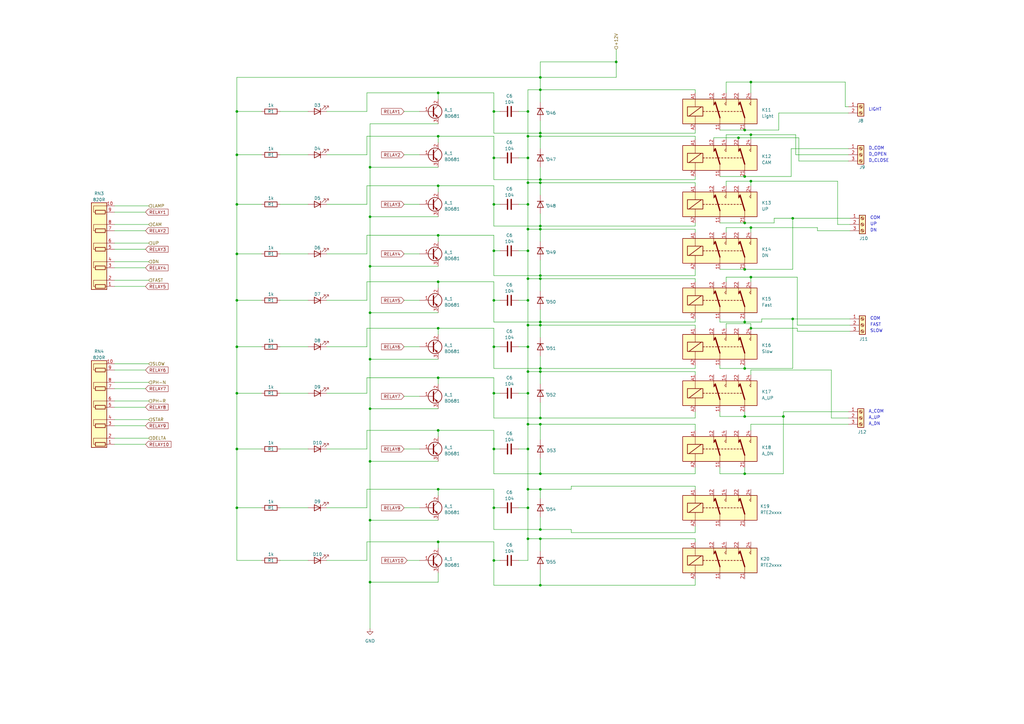
<source format=kicad_sch>
(kicad_sch (version 20230121) (generator eeschema)
  (paper "A3")
  (title_block (title "Movement") (date "2023-04-01") (rev "Ahmed Adel") (company "Empironics") (comment 1 "Copy rights reserved by Ahmed Adel"))
  (junction (at 151.765 68.58))
  (junction (at 307.975 134.62))
  (junction (at 305.435 151.13))
  (junction (at 221.615 92.71))
  (junction (at 151.765 128.27))
  (junction (at 216.535 152.4))
  (junction (at 221.615 93.98))
  (junction (at 216.535 133.35))
  (junction (at 97.155 208.28))
  (junction (at 221.615 132.08))
  (junction (at 221.615 55.88))
  (junction (at 179.705 55.88))
  (junction (at 202.565 161.29))
  (junction (at 221.615 151.13))
  (junction (at 221.615 36.83))
  (junction (at 202.565 184.15))
  (junction (at 216.535 142.24))
  (junction (at 305.435 132.08))
  (junction (at 216.535 208.28))
  (junction (at 216.535 55.88))
  (junction (at 179.705 38.1))
  (junction (at 221.615 74.93))
  (junction (at 216.535 93.98))
  (junction (at 221.615 152.4))
  (junction (at 97.155 104.14))
  (junction (at 151.765 213.36))
  (junction (at 97.155 45.72))
  (junction (at 179.705 200.66))
  (junction (at 216.535 114.3))
  (junction (at 216.535 102.87))
  (junction (at 221.615 194.31))
  (junction (at 221.615 217.17))
  (junction (at 221.615 54.61))
  (junction (at 305.435 110.49))
  (junction (at 307.975 93.345))
  (junction (at 216.535 184.15))
  (junction (at 151.765 167.64))
  (junction (at 221.615 220.98))
  (junction (at 216.535 123.19))
  (junction (at 216.535 220.98))
  (junction (at 305.435 170.815))
  (junction (at 307.975 74.295))
  (junction (at 151.765 147.32))
  (junction (at 97.155 184.15))
  (junction (at 321.31 170.815))
  (junction (at 216.535 45.72))
  (junction (at 302.895 56.515))
  (junction (at 179.705 134.62))
  (junction (at 179.705 76.2))
  (junction (at 221.615 173.99))
  (junction (at 97.155 63.5))
  (junction (at 221.615 171.45))
  (junction (at 252.73 25.4))
  (junction (at 305.435 53.34))
  (junction (at 221.615 133.35))
  (junction (at 202.565 102.87))
  (junction (at 307.975 33.655))
  (junction (at 216.535 200.66))
  (junction (at 202.565 45.72))
  (junction (at 202.565 123.19))
  (junction (at 325.12 89.535))
  (junction (at 221.615 31.75))
  (junction (at 216.535 83.82))
  (junction (at 216.535 161.29))
  (junction (at 179.705 222.25))
  (junction (at 151.765 189.23))
  (junction (at 307.975 55.245))
  (junction (at 151.765 109.22))
  (junction (at 202.565 142.24))
  (junction (at 221.615 114.3))
  (junction (at 179.705 115.57))
  (junction (at 305.435 91.44))
  (junction (at 305.435 72.39))
  (junction (at 325.12 130.81))
  (junction (at 221.615 200.66))
  (junction (at 307.975 113.665))
  (junction (at 221.615 73.66))
  (junction (at 179.705 96.52))
  (junction (at 305.435 194.31))
  (junction (at 179.705 176.53))
  (junction (at 202.565 208.28))
  (junction (at 202.565 64.77))
  (junction (at 97.155 83.82))
  (junction (at 216.535 173.99))
  (junction (at 179.705 154.94))
  (junction (at 221.615 240.03))
  (junction (at 221.615 113.03))
  (junction (at 202.565 83.82))
  (junction (at 151.765 238.76))
  (junction (at 151.765 88.9))
  (junction (at 97.155 161.29))
  (junction (at 97.155 142.24))
  (junction (at 97.155 123.19))
  (junction (at 216.535 64.77))
  (junction (at 202.565 229.87))
  (junction (at 216.535 74.93))
  (wire (pts (xy 347.98 46.355) (xy 319.405 46.355)))
  (wire (pts (xy 297.815 115.57) (xy 297.815 113.665)))
  (wire (pts (xy 305.435 132.08) (xy 295.275 132.08)))
  (wire (pts (xy 221.615 114.3) (xy 221.615 119.38)))
  (wire (pts (xy 302.895 57.15) (xy 302.895 56.515)))
  (wire (pts (xy 307.975 93.345) (xy 335.28 93.345)))
  (wire (pts (xy 97.155 123.19) (xy 97.155 104.14)))
  (wire (pts (xy 234.315 199.39) (xy 234.315 200.66)))
  (wire (pts (xy 202.565 151.13) (xy 221.615 151.13)))
  (wire (pts (xy 285.115 222.25) (xy 285.115 220.98)))
  (wire (pts (xy 179.705 213.36) (xy 151.765 213.36)))
  (wire (pts (xy 202.565 55.88) (xy 202.565 64.77)))
  (wire (pts (xy 133.985 184.15) (xy 150.495 184.15)))
  (wire (pts (xy 335.28 93.345) (xy 335.28 94.615)))
  (wire (pts (xy 221.615 113.03) (xy 221.615 106.68)))
  (wire (pts (xy 179.705 238.76) (xy 151.765 238.76)))
  (wire (pts (xy 202.565 161.29) (xy 202.565 171.45)))
  (wire (pts (xy 295.275 91.44) (xy 305.435 91.44)))
  (wire (pts (xy 46.99 107.315) (xy 60.96 107.315)))
  (wire (pts (xy 221.615 152.4) (xy 216.535 152.4)))
  (wire (pts (xy 202.565 208.28) (xy 205.105 208.28)))
  (wire (pts (xy 295.275 130.81) (xy 295.275 132.08)))
  (wire (pts (xy 221.615 93.98) (xy 285.115 93.98)))
  (wire (pts (xy 150.495 45.72) (xy 150.495 38.1)))
  (wire (pts (xy 150.495 176.53) (xy 179.705 176.53)))
  (wire (pts (xy 297.815 132.715) (xy 307.975 132.715)))
  (wire (pts (xy 312.42 130.81) (xy 312.42 132.08)))
  (wire (pts (xy 179.705 40.64) (xy 179.705 38.1)))
  (wire (pts (xy 179.705 176.53) (xy 202.565 176.53)))
  (wire (pts (xy 221.615 54.61) (xy 285.115 54.61)))
  (wire (pts (xy 150.495 229.87) (xy 150.495 222.25)))
  (wire (pts (xy 295.275 170.815) (xy 295.275 168.91)))
  (wire (pts (xy 347.98 168.91) (xy 321.31 168.91)))
  (wire (pts (xy 202.565 132.08) (xy 221.615 132.08)))
  (wire (pts (xy 46.99 164.465) (xy 60.96 164.465)))
  (wire (pts (xy 325.12 110.49) (xy 325.12 89.535)))
  (wire (pts (xy 348.615 89.535) (xy 325.12 89.535)))
  (wire (pts (xy 202.565 176.53) (xy 202.565 184.15)))
  (wire (pts (xy 150.495 154.94) (xy 179.705 154.94)))
  (wire (pts (xy 150.495 200.66) (xy 179.705 200.66)))
  (wire (pts (xy 216.535 161.29) (xy 216.535 152.4)))
  (wire (pts (xy 221.615 73.66) (xy 285.115 73.66)))
  (wire (pts (xy 307.975 76.2) (xy 307.975 74.295)))
  (wire (pts (xy 305.435 168.91) (xy 305.435 170.815)))
  (wire (pts (xy 221.615 133.35) (xy 285.115 133.35)))
  (wire (pts (xy 202.565 222.25) (xy 202.565 229.87)))
  (wire (pts (xy 46.99 94.615) (xy 59.69 94.615)))
  (wire (pts (xy 97.155 142.24) (xy 97.155 123.19)))
  (wire (pts (xy 307.975 113.665) (xy 327.025 113.665)))
  (wire (pts (xy 285.115 200.66) (xy 285.115 199.39)))
  (wire (pts (xy 179.705 50.8) (xy 151.765 50.8)))
  (wire (pts (xy 179.705 147.32) (xy 151.765 147.32)))
  (wire (pts (xy 317.5 91.44) (xy 305.435 91.44)))
  (wire (pts (xy 221.615 132.08) (xy 221.615 127)))
  (wire (pts (xy 165.735 184.15) (xy 172.085 184.15)))
  (wire (pts (xy 285.115 153.67) (xy 285.115 152.4)))
  (wire (pts (xy 297.815 95.25) (xy 297.815 93.345)))
  (wire (pts (xy 216.535 184.15) (xy 216.535 173.99)))
  (wire (pts (xy 234.315 200.66) (xy 221.615 200.66)))
  (wire (pts (xy 97.155 184.15) (xy 97.155 161.29)))
  (wire (pts (xy 326.39 63.5) (xy 326.39 55.245)))
  (wire (pts (xy 285.115 191.77) (xy 285.115 194.31)))
  (wire (pts (xy 202.565 229.87) (xy 202.565 240.03)))
  (wire (pts (xy 202.565 123.19) (xy 202.565 132.08)))
  (wire (pts (xy 221.615 171.45) (xy 221.615 165.1)))
  (wire (pts (xy 202.565 38.1) (xy 202.565 45.72)))
  (wire (pts (xy 285.115 168.91) (xy 285.115 171.45)))
  (wire (pts (xy 114.935 123.19) (xy 126.365 123.19)))
  (wire (pts (xy 46.99 174.625) (xy 59.69 174.625)))
  (wire (pts (xy 221.615 240.03) (xy 221.615 233.68)))
  (wire (pts (xy 307.975 151.765) (xy 340.995 151.765)))
  (wire (pts (xy 252.73 20.32) (xy 252.73 25.4)))
  (wire (pts (xy 221.615 74.93) (xy 285.115 74.93)))
  (wire (pts (xy 292.735 56.515) (xy 292.735 57.15)))
  (wire (pts (xy 347.98 66.04) (xy 327.66 66.04)))
  (wire (pts (xy 216.535 83.82) (xy 216.535 74.93)))
  (wire (pts (xy 297.815 76.2) (xy 297.815 74.295)))
  (wire (pts (xy 327.025 133.35) (xy 348.615 133.35)))
  (wire (pts (xy 221.615 152.4) (xy 285.115 152.4)))
  (wire (pts (xy 216.535 152.4) (xy 216.535 142.24)))
  (wire (pts (xy 202.565 54.61) (xy 221.615 54.61)))
  (wire (pts (xy 221.615 133.35) (xy 221.615 138.43)))
  (wire (pts (xy 202.565 161.29) (xy 205.105 161.29)))
  (wire (pts (xy 97.155 161.29) (xy 97.155 142.24)))
  (wire (pts (xy 285.115 72.39) (xy 285.115 73.66)))
  (wire (pts (xy 133.985 104.14) (xy 150.495 104.14)))
  (wire (pts (xy 150.495 76.2) (xy 179.705 76.2)))
  (wire (pts (xy 46.99 159.385) (xy 59.69 159.385)))
  (wire (pts (xy 221.615 171.45) (xy 285.115 171.45)))
  (wire (pts (xy 221.615 74.93) (xy 216.535 74.93)))
  (wire (pts (xy 46.99 156.845) (xy 60.96 156.845)))
  (wire (pts (xy 325.12 130.81) (xy 312.42 130.81)))
  (wire (pts (xy 221.615 151.13) (xy 221.615 146.05)))
  (wire (pts (xy 97.155 104.14) (xy 107.315 104.14)))
  (wire (pts (xy 307.975 153.67) (xy 307.975 151.765)))
  (wire (pts (xy 221.615 92.71) (xy 285.115 92.71)))
  (wire (pts (xy 305.435 110.49) (xy 325.12 110.49)))
  (wire (pts (xy 151.765 213.36) (xy 151.765 238.76)))
  (wire (pts (xy 151.765 147.32) (xy 151.765 167.64)))
  (wire (pts (xy 107.315 229.87) (xy 97.155 229.87)))
  (wire (pts (xy 133.985 229.87) (xy 150.495 229.87)))
  (wire (pts (xy 340.995 171.45) (xy 347.98 171.45)))
  (wire (pts (xy 346.71 43.815) (xy 346.71 33.655)))
  (wire (pts (xy 295.275 110.49) (xy 305.435 110.49)))
  (wire (pts (xy 297.815 134.62) (xy 297.815 132.715)))
  (wire (pts (xy 202.565 240.03) (xy 221.615 240.03)))
  (wire (pts (xy 221.615 55.88) (xy 221.615 60.96)))
  (wire (pts (xy 297.815 55.245) (xy 297.815 57.15)))
  (wire (pts (xy 165.735 83.82) (xy 172.085 83.82)))
  (wire (pts (xy 114.935 161.29) (xy 126.365 161.29)))
  (wire (pts (xy 285.115 38.1) (xy 285.115 36.83)))
  (wire (pts (xy 179.705 118.11) (xy 179.705 115.57)))
  (wire (pts (xy 221.615 54.61) (xy 221.615 49.53)))
  (wire (pts (xy 335.28 94.615) (xy 348.615 94.615)))
  (wire (pts (xy 307.975 176.53) (xy 307.975 173.99)))
  (wire (pts (xy 212.725 142.24) (xy 216.535 142.24)))
  (wire (pts (xy 221.615 194.31) (xy 221.615 187.96)))
  (wire (pts (xy 305.435 170.815) (xy 321.31 170.815)))
  (wire (pts (xy 216.535 114.3) (xy 216.535 102.87)))
  (wire (pts (xy 216.535 142.24) (xy 216.535 133.35)))
  (wire (pts (xy 97.155 63.5) (xy 97.155 45.72)))
  (wire (pts (xy 221.615 92.71) (xy 221.615 87.63)))
  (wire (pts (xy 216.535 229.87) (xy 216.535 220.98)))
  (wire (pts (xy 114.935 184.15) (xy 126.365 184.15)))
  (wire (pts (xy 46.99 99.695) (xy 60.96 99.695)))
  (wire (pts (xy 212.725 229.87) (xy 216.535 229.87)))
  (wire (pts (xy 202.565 208.28) (xy 202.565 217.17)))
  (wire (pts (xy 221.615 133.35) (xy 216.535 133.35)))
  (wire (pts (xy 216.535 133.35) (xy 216.535 123.19)))
  (wire (pts (xy 307.975 74.295) (xy 343.535 74.295)))
  (wire (pts (xy 150.495 83.82) (xy 150.495 76.2)))
  (wire (pts (xy 46.99 182.245) (xy 59.69 182.245)))
  (wire (pts (xy 324.485 72.39) (xy 305.435 72.39)))
  (wire (pts (xy 221.615 36.83) (xy 285.115 36.83)))
  (wire (pts (xy 212.725 83.82) (xy 216.535 83.82)))
  (wire (pts (xy 347.98 63.5) (xy 326.39 63.5)))
  (wire (pts (xy 151.765 128.27) (xy 151.765 147.32)))
  (wire (pts (xy 327.025 134.62) (xy 327.025 135.89)))
  (wire (pts (xy 202.565 229.87) (xy 205.105 229.87)))
  (wire (pts (xy 202.565 113.03) (xy 221.615 113.03)))
  (wire (pts (xy 297.815 93.345) (xy 307.975 93.345)))
  (wire (pts (xy 150.495 208.28) (xy 150.495 200.66)))
  (wire (pts (xy 285.115 53.34) (xy 285.115 54.61)))
  (wire (pts (xy 340.995 151.765) (xy 340.995 171.45)))
  (wire (pts (xy 202.565 194.31) (xy 221.615 194.31)))
  (wire (pts (xy 212.725 64.77) (xy 216.535 64.77)))
  (wire (pts (xy 216.535 220.98) (xy 216.535 208.28)))
  (wire (pts (xy 179.705 58.42) (xy 179.705 55.88)))
  (wire (pts (xy 202.565 83.82) (xy 202.565 92.71)))
  (wire (pts (xy 97.155 83.82) (xy 107.315 83.82)))
  (wire (pts (xy 221.615 93.98) (xy 216.535 93.98)))
  (wire (pts (xy 97.155 104.14) (xy 97.155 83.82)))
  (wire (pts (xy 307.975 134.62) (xy 327.025 134.62)))
  (wire (pts (xy 179.705 134.62) (xy 202.565 134.62)))
  (wire (pts (xy 151.765 109.22) (xy 151.765 128.27)))
  (wire (pts (xy 150.495 55.88) (xy 179.705 55.88)))
  (wire (pts (xy 202.565 45.72) (xy 202.565 54.61)))
  (wire (pts (xy 326.39 55.245) (xy 307.975 55.245)))
  (wire (pts (xy 114.935 208.28) (xy 126.365 208.28)))
  (wire (pts (xy 179.705 128.27) (xy 151.765 128.27)))
  (wire (pts (xy 202.565 76.2) (xy 202.565 83.82)))
  (wire (pts (xy 216.535 123.19) (xy 216.535 114.3)))
  (wire (pts (xy 285.115 57.15) (xy 285.115 55.88)))
  (wire (pts (xy 346.71 33.655) (xy 307.975 33.655)))
  (wire (pts (xy 297.815 38.1) (xy 297.815 33.655)))
  (wire (pts (xy 327.66 56.515) (xy 302.895 56.515)))
  (wire (pts (xy 150.495 161.29) (xy 150.495 154.94)))
  (wire (pts (xy 305.435 191.77) (xy 305.435 194.31)))
  (wire (pts (xy 46.99 84.455) (xy 60.96 84.455)))
  (wire (pts (xy 97.155 142.24) (xy 107.315 142.24)))
  (wire (pts (xy 305.435 151.13) (xy 295.275 151.13)))
  (wire (pts (xy 202.565 102.87) (xy 202.565 113.03)))
  (wire (pts (xy 221.615 152.4) (xy 221.615 157.48)))
  (wire (pts (xy 179.705 109.22) (xy 151.765 109.22)))
  (wire (pts (xy 150.495 96.52) (xy 179.705 96.52)))
  (wire (pts (xy 133.985 45.72) (xy 150.495 45.72)))
  (wire (pts (xy 221.615 73.66) (xy 221.615 68.58)))
  (wire (pts (xy 212.725 45.72) (xy 216.535 45.72)))
  (wire (pts (xy 305.435 194.31) (xy 295.275 194.31)))
  (wire (pts (xy 216.535 64.77) (xy 216.535 74.93)))
  (wire (pts (xy 202.565 142.24) (xy 202.565 151.13)))
  (wire (pts (xy 165.735 142.24) (xy 172.085 142.24)))
  (wire (pts (xy 307.975 57.15) (xy 307.975 55.245)))
  (wire (pts (xy 133.985 83.82) (xy 150.495 83.82)))
  (wire (pts (xy 221.615 220.98) (xy 221.615 226.06)))
  (wire (pts (xy 46.99 172.085) (xy 60.96 172.085)))
  (wire (pts (xy 202.565 154.94) (xy 202.565 161.29)))
  (wire (pts (xy 202.565 45.72) (xy 205.105 45.72)))
  (wire (pts (xy 167.005 229.87) (xy 172.085 229.87)))
  (wire (pts (xy 46.99 149.225) (xy 60.96 149.225)))
  (wire (pts (xy 307.975 115.57) (xy 307.975 113.665)))
  (wire (pts (xy 216.535 102.87) (xy 216.535 93.98)))
  (wire (pts (xy 97.155 123.19) (xy 107.315 123.19)))
  (wire (pts (xy 202.565 102.87) (xy 205.105 102.87)))
  (wire (pts (xy 150.495 104.14) (xy 150.495 96.52)))
  (wire (pts (xy 252.73 31.75) (xy 252.73 25.4)))
  (wire (pts (xy 202.565 83.82) (xy 205.105 83.82)))
  (wire (pts (xy 179.705 78.74) (xy 179.705 76.2)))
  (wire (pts (xy 295.275 72.39) (xy 305.435 72.39)))
  (wire (pts (xy 179.705 222.25) (xy 202.565 222.25)))
  (wire (pts (xy 347.98 43.815) (xy 346.71 43.815)))
  (wire (pts (xy 216.535 93.98) (xy 216.535 83.82)))
  (wire (pts (xy 150.495 222.25) (xy 179.705 222.25)))
  (wire (pts (xy 150.495 123.19) (xy 150.495 115.57)))
  (wire (pts (xy 133.985 63.5) (xy 150.495 63.5)))
  (wire (pts (xy 221.615 217.17) (xy 221.615 212.09)))
  (wire (pts (xy 302.895 56.515) (xy 292.735 56.515)))
  (wire (pts (xy 151.765 238.76) (xy 151.765 257.81)))
  (wire (pts (xy 133.985 123.19) (xy 150.495 123.19)))
  (wire (pts (xy 133.985 208.28) (xy 150.495 208.28)))
  (wire (pts (xy 97.155 161.29) (xy 107.315 161.29)))
  (wire (pts (xy 97.155 208.28) (xy 97.155 184.15)))
  (wire (pts (xy 285.115 176.53) (xy 285.115 173.99)))
  (wire (pts (xy 46.99 179.705) (xy 60.96 179.705)))
  (wire (pts (xy 221.615 31.75) (xy 221.615 25.4)))
  (wire (pts (xy 285.115 95.25) (xy 285.115 93.98)))
  (wire (pts (xy 321.31 170.815) (xy 321.31 194.31)))
  (wire (pts (xy 202.565 217.17) (xy 221.615 217.17)))
  (wire (pts (xy 165.735 208.28) (xy 172.085 208.28)))
  (wire (pts (xy 202.565 115.57) (xy 202.565 123.19)))
  (wire (pts (xy 150.495 134.62) (xy 179.705 134.62)))
  (wire (pts (xy 165.735 162.56) (xy 172.085 162.56)))
  (wire (pts (xy 202.565 64.77) (xy 205.105 64.77)))
  (wire (pts (xy 179.705 224.79) (xy 179.705 222.25)))
  (wire (pts (xy 221.615 113.03) (xy 285.115 113.03)))
  (wire (pts (xy 46.99 151.765) (xy 59.69 151.765)))
  (wire (pts (xy 216.535 36.83) (xy 216.535 45.72)))
  (wire (pts (xy 221.615 173.99) (xy 216.535 173.99)))
  (wire (pts (xy 212.725 102.87) (xy 216.535 102.87)))
  (wire (pts (xy 179.705 68.58) (xy 151.765 68.58)))
  (wire (pts (xy 295.275 53.34) (xy 305.435 53.34)))
  (wire (pts (xy 221.615 200.66) (xy 221.615 204.47)))
  (wire (pts (xy 285.115 218.44) (xy 234.315 218.44)))
  (wire (pts (xy 305.435 170.815) (xy 295.275 170.815)))
  (wire (pts (xy 307.975 173.99) (xy 347.98 173.99)))
  (wire (pts (xy 202.565 200.66) (xy 202.565 208.28)))
  (wire (pts (xy 46.99 92.075) (xy 60.96 92.075)))
  (wire (pts (xy 285.115 76.2) (xy 285.115 74.93)))
  (wire (pts (xy 285.115 130.81) (xy 285.115 132.08)))
  (wire (pts (xy 179.705 96.52) (xy 202.565 96.52)))
  (wire (pts (xy 165.735 104.14) (xy 172.085 104.14)))
  (wire (pts (xy 285.115 115.57) (xy 285.115 114.3)))
  (wire (pts (xy 221.615 114.3) (xy 216.535 114.3)))
  (wire (pts (xy 307.975 33.655) (xy 307.975 38.1)))
  (wire (pts (xy 165.735 123.19) (xy 172.085 123.19)))
  (wire (pts (xy 325.12 151.13) (xy 325.12 130.81)))
  (wire (pts (xy 212.725 123.19) (xy 216.535 123.19)))
  (wire (pts (xy 151.765 167.64) (xy 151.765 189.23)))
  (wire (pts (xy 97.155 31.75) (xy 221.615 31.75)))
  (wire (pts (xy 179.705 137.16) (xy 179.705 134.62)))
  (wire (pts (xy 216.535 200.66) (xy 216.535 184.15)))
  (wire (pts (xy 216.535 55.88) (xy 221.615 55.88)))
  (wire (pts (xy 151.765 68.58) (xy 151.765 88.9)))
  (wire (pts (xy 97.155 229.87) (xy 97.155 208.28)))
  (wire (pts (xy 46.99 102.235) (xy 59.69 102.235)))
  (wire (pts (xy 221.615 220.98) (xy 216.535 220.98)))
  (wire (pts (xy 114.935 45.72) (xy 126.365 45.72)))
  (wire (pts (xy 216.535 45.72) (xy 216.535 55.88)))
  (wire (pts (xy 97.155 208.28) (xy 107.315 208.28)))
  (wire (pts (xy 202.565 171.45) (xy 221.615 171.45)))
  (wire (pts (xy 221.615 151.13) (xy 285.115 151.13)))
  (wire (pts (xy 114.935 104.14) (xy 126.365 104.14)))
  (wire (pts (xy 46.99 114.935) (xy 60.96 114.935)))
  (wire (pts (xy 327.66 66.04) (xy 327.66 56.515)))
  (wire (pts (xy 212.725 208.28) (xy 216.535 208.28)))
  (wire (pts (xy 179.705 234.95) (xy 179.705 238.76)))
  (wire (pts (xy 221.615 194.31) (xy 285.115 194.31)))
  (wire (pts (xy 179.705 99.06) (xy 179.705 96.52)))
  (wire (pts (xy 221.615 36.83) (xy 216.535 36.83)))
  (wire (pts (xy 295.275 151.13) (xy 295.275 149.86)))
  (wire (pts (xy 202.565 92.71) (xy 221.615 92.71)))
  (wire (pts (xy 212.725 184.15) (xy 216.535 184.15)))
  (wire (pts (xy 285.115 110.49) (xy 285.115 113.03)))
  (wire (pts (xy 221.615 31.75) (xy 252.73 31.75)))
  (wire (pts (xy 202.565 123.19) (xy 205.105 123.19)))
  (wire (pts (xy 221.615 173.99) (xy 221.615 180.34)))
  (wire (pts (xy 165.735 45.72) (xy 172.085 45.72)))
  (wire (pts (xy 216.535 173.99) (xy 216.535 161.29)))
  (wire (pts (xy 150.495 184.15) (xy 150.495 176.53)))
  (wire (pts (xy 221.615 25.4) (xy 252.73 25.4)))
  (wire (pts (xy 221.615 132.08) (xy 285.115 132.08)))
  (wire (pts (xy 305.435 151.13) (xy 325.12 151.13)))
  (wire (pts (xy 221.615 36.83) (xy 221.615 41.91)))
  (wire (pts (xy 327.025 135.89) (xy 348.615 135.89)))
  (wire (pts (xy 285.115 91.44) (xy 285.115 92.71)))
  (wire (pts (xy 221.615 240.03) (xy 285.115 240.03)))
  (wire (pts (xy 202.565 73.66) (xy 221.615 73.66)))
  (wire (pts (xy 114.935 229.87) (xy 126.365 229.87)))
  (wire (pts (xy 343.535 74.295) (xy 343.535 92.075)))
  (wire (pts (xy 321.31 194.31) (xy 305.435 194.31)))
  (wire (pts (xy 202.565 64.77) (xy 202.565 73.66)))
  (wire (pts (xy 234.315 218.44) (xy 234.315 217.17)))
  (wire (pts (xy 46.99 117.475) (xy 59.69 117.475)))
  (wire (pts (xy 348.615 130.81) (xy 325.12 130.81)))
  (wire (pts (xy 305.435 130.81) (xy 305.435 132.08)))
  (wire (pts (xy 97.155 31.75) (xy 97.155 45.72)))
  (wire (pts (xy 179.705 38.1) (xy 202.565 38.1)))
  (wire (pts (xy 150.495 115.57) (xy 179.705 115.57)))
  (wire (pts (xy 165.735 63.5) (xy 172.085 63.5)))
  (wire (pts (xy 305.435 149.86) (xy 305.435 151.13)))
  (wire (pts (xy 297.815 74.295) (xy 307.975 74.295)))
  (wire (pts (xy 202.565 184.15) (xy 202.565 194.31)))
  (wire (pts (xy 216.535 208.28) (xy 216.535 200.66)))
  (wire (pts (xy 312.42 132.08) (xy 305.435 132.08)))
  (wire (pts (xy 202.565 96.52) (xy 202.565 102.87)))
  (wire (pts (xy 319.405 53.34) (xy 305.435 53.34)))
  (wire (pts (xy 221.615 31.75) (xy 221.615 36.83)))
  (wire (pts (xy 221.615 220.98) (xy 285.115 220.98)))
  (wire (pts (xy 114.935 63.5) (xy 126.365 63.5)))
  (wire (pts (xy 179.705 200.66) (xy 202.565 200.66)))
  (wire (pts (xy 221.615 173.99) (xy 285.115 173.99)))
  (wire (pts (xy 150.495 63.5) (xy 150.495 55.88)))
  (wire (pts (xy 285.115 199.39) (xy 234.315 199.39)))
  (wire (pts (xy 307.975 132.715) (xy 307.975 134.62)))
  (wire (pts (xy 202.565 134.62) (xy 202.565 142.24)))
  (wire (pts (xy 347.98 60.96) (xy 324.485 60.96)))
  (wire (pts (xy 97.155 184.15) (xy 107.315 184.15)))
  (wire (pts (xy 97.155 45.72) (xy 107.315 45.72)))
  (wire (pts (xy 285.115 215.9) (xy 285.115 218.44)))
  (wire (pts (xy 324.485 60.96) (xy 324.485 72.39)))
  (wire (pts (xy 114.935 83.82) (xy 126.365 83.82)))
  (wire (pts (xy 179.705 189.23) (xy 151.765 189.23)))
  (wire (pts (xy 179.705 154.94) (xy 202.565 154.94)))
  (wire (pts (xy 46.99 109.855) (xy 59.69 109.855)))
  (wire (pts (xy 151.765 88.9) (xy 151.765 109.22)))
  (wire (pts (xy 179.705 115.57) (xy 202.565 115.57)))
  (wire (pts (xy 295.275 194.31) (xy 295.275 191.77)))
  (wire (pts (xy 133.985 142.24) (xy 150.495 142.24)))
  (wire (pts (xy 150.495 38.1) (xy 179.705 38.1)))
  (wire (pts (xy 285.115 149.86) (xy 285.115 151.13)))
  (wire (pts (xy 325.12 89.535) (xy 317.5 89.535)))
  (wire (pts (xy 46.99 86.995) (xy 59.69 86.995)))
  (wire (pts (xy 179.705 203.2) (xy 179.705 200.66)))
  (wire (pts (xy 114.935 142.24) (xy 126.365 142.24)))
  (wire (pts (xy 297.815 33.655) (xy 307.975 33.655)))
  (wire (pts (xy 97.155 83.82) (xy 97.155 63.5)))
  (wire (pts (xy 234.315 217.17) (xy 221.615 217.17)))
  (wire (pts (xy 179.705 167.64) (xy 151.765 167.64)))
  (wire (pts (xy 97.155 63.5) (xy 107.315 63.5)))
  (wire (pts (xy 221.615 93.98) (xy 221.615 99.06)))
  (wire (pts (xy 179.705 88.9) (xy 151.765 88.9)))
  (wire (pts (xy 297.815 113.665) (xy 307.975 113.665)))
  (wire (pts (xy 321.31 168.91) (xy 321.31 170.815)))
  (wire (pts (xy 216.535 55.88) (xy 216.535 64.77)))
  (wire (pts (xy 179.705 55.88) (xy 202.565 55.88)))
  (wire (pts (xy 327.025 113.665) (xy 327.025 133.35)))
  (wire (pts (xy 151.765 189.23) (xy 151.765 213.36)))
  (wire (pts (xy 151.765 50.8) (xy 151.765 68.58)))
  (wire (pts (xy 202.565 184.15) (xy 205.105 184.15)))
  (wire (pts (xy 179.705 157.48) (xy 179.705 154.94)))
  (wire (pts (xy 179.705 76.2) (xy 202.565 76.2)))
  (wire (pts (xy 307.975 95.25) (xy 307.975 93.345)))
  (wire (pts (xy 46.99 167.005) (xy 59.69 167.005)))
  (wire (pts (xy 179.705 179.07) (xy 179.705 176.53)))
  (wire (pts (xy 285.115 134.62) (xy 285.115 133.35)))
  (wire (pts (xy 133.985 161.29) (xy 150.495 161.29)))
  (wire (pts (xy 343.535 92.075) (xy 348.615 92.075)))
  (wire (pts (xy 150.495 142.24) (xy 150.495 134.62)))
  (wire (pts (xy 319.405 46.355) (xy 319.405 53.34)))
  (wire (pts (xy 317.5 89.535) (xy 317.5 91.44)))
  (wire (pts (xy 221.615 74.93) (xy 221.615 80.01)))
  (wire (pts (xy 221.615 55.88) (xy 285.115 55.88)))
  (wire (pts (xy 307.975 55.245) (xy 297.815 55.245)))
  (wire (pts (xy 221.615 114.3) (xy 285.115 114.3)))
  (wire (pts (xy 212.725 161.29) (xy 216.535 161.29)))
  (wire (pts (xy 221.615 200.66) (xy 216.535 200.66)))
  (wire (pts (xy 202.565 142.24) (xy 205.105 142.24)))
  (wire (pts (xy 285.115 237.49) (xy 285.115 240.03)))
  (text "D_CLOSE" (at 356.235 66.675 0) (effects (font (size 1.27 1.27)) (justify left bottom)))
  (text "D_COM\n" (at 356.235 61.595 0) (effects (font (size 1.27 1.27)) (justify left bottom)))
  (text "FAST" (at 356.87 133.985 0) (effects (font (size 1.27 1.27)) (justify left bottom)))
  (text "A_DN" (at 356.235 174.625 0) (effects (font (size 1.27 1.27)) (justify left bottom)))
  (text "D_OPEN\n" (at 356.235 64.135 0) (effects (font (size 1.27 1.27)) (justify left bottom)))
  (text "A_COM\n" (at 356.235 169.545 0) (effects (font (size 1.27 1.27)) (justify left bottom)))
  (text "LIGHT\n" (at 356.235 45.72 0) (effects (font (size 1.27 1.27)) (justify left bottom)))
  (text "A_UP" (at 356.235 172.085 0) (effects (font (size 1.27 1.27)) (justify left bottom)))
  (text "COM" (at 356.87 90.17 0) (effects (font (size 1.27 1.27)) (justify left bottom)))
  (text "DN\n" (at 356.87 95.25 0) (effects (font (size 1.27 1.27)) (justify left bottom)))
  (text "UP\n" (at 356.87 92.71 0) (effects (font (size 1.27 1.27)) (justify left bottom)))
  (text "SLOW" (at 356.87 136.525 0) (effects (font (size 1.27 1.27)) (justify left bottom)))
  (text "COM" (at 356.87 131.445 0) (effects (font (size 1.27 1.27)) (justify left bottom)))
  (global_label "RELAY5" (shape input) (at 59.69 117.475 0) (property "Intersheetrefs" "${INTERSHEET_REFS}" (effects hide)))
  (global_label "RELAY8" (shape input) (at 165.735 184.15 180) (property "Intersheetrefs" "${INTERSHEET_REFS}" (effects hide)))
  (global_label "RELAY9" (shape input) (at 59.69 174.625 0) (property "Intersheetrefs" "${INTERSHEET_REFS}" (effects hide)))
  (global_label "RELAY2" (shape input) (at 59.69 94.615 0) (property "Intersheetrefs" "${INTERSHEET_REFS}" (effects hide)))
  (global_label "RELAY6" (shape input) (at 59.69 151.765 0) (property "Intersheetrefs" "${INTERSHEET_REFS}" (effects hide)))
  (global_label "RELAY7" (shape input) (at 165.735 162.56 180) (property "Intersheetrefs" "${INTERSHEET_REFS}" (effects hide)))
  (global_label "RELAY3" (shape input) (at 165.735 83.82 180) (property "Intersheetrefs" "${INTERSHEET_REFS}" (effects hide)))
  (global_label "RELAY10" (shape input) (at 167.005 229.87 180) (property "Intersheetrefs" "${INTERSHEET_REFS}" (effects hide)))
  (global_label "RELAY5" (shape input) (at 165.735 123.19 180) (property "Intersheetrefs" "${INTERSHEET_REFS}" (effects hide)))
  (global_label "RELAY3" (shape input) (at 59.69 102.235 0) (property "Intersheetrefs" "${INTERSHEET_REFS}" (effects hide)))
  (global_label "RELAY7" (shape input) (at 59.69 159.385 0) (property "Intersheetrefs" "${INTERSHEET_REFS}" (effects hide)))
  (global_label "RELAY8" (shape input) (at 59.69 167.005 0) (property "Intersheetrefs" "${INTERSHEET_REFS}" (effects hide)))
  (global_label "RELAY10" (shape input) (at 59.69 182.245 0) (property "Intersheetrefs" "${INTERSHEET_REFS}" (effects hide)))
  (global_label "RELAY1" (shape input) (at 165.735 45.72 180) (property "Intersheetrefs" "${INTERSHEET_REFS}" (effects hide)))
  (global_label "RELAY1" (shape input) (at 59.69 86.995 0) (property "Intersheetrefs" "${INTERSHEET_REFS}" (effects hide)))
  (global_label "RELAY9" (shape input) (at 165.735 208.28 180) (property "Intersheetrefs" "${INTERSHEET_REFS}" (effects hide)))
  (global_label "RELAY4" (shape input) (at 165.735 104.14 180) (property "Intersheetrefs" "${INTERSHEET_REFS}" (effects hide)))
  (global_label "RELAY4" (shape input) (at 59.69 109.855 0) (property "Intersheetrefs" "${INTERSHEET_REFS}" (effects hide)))
  (global_label "RELAY6" (shape input) (at 165.735 142.24 180) (property "Intersheetrefs" "${INTERSHEET_REFS}" (effects hide)))
  (global_label "RELAY2" (shape input) (at 165.735 63.5 180) (property "Intersheetrefs" "${INTERSHEET_REFS}" (effects hide)))
  (hierarchical_label "PH-R" (shape input) (at 60.96 164.465 0))
  (hierarchical_label "LAMP" (shape input) (at 60.96 84.455 0))
  (hierarchical_label "DELTA" (shape input) (at 60.96 179.705 0))
  (hierarchical_label "PH-N" (shape input) (at 60.96 156.845 0))
  (hierarchical_label "STAR" (shape input) (at 60.96 172.085 0))
  (hierarchical_label "DN" (shape input) (at 60.96 107.315 0))
  (hierarchical_label "+12V" (shape input) (at 252.73 20.32 90))
  (hierarchical_label "CAM" (shape input) (at 60.96 92.075 0))
  (hierarchical_label "FAST" (shape input) (at 60.96 114.935 0))
  (hierarchical_label "UP" (shape input) (at 60.96 99.695 0))
  (hierarchical_label "SLOW" (shape input) (at 60.96 149.225 0))
  (symbol (lib_id "Relay:RTE2xxxx") (at 295.275 102.87 0) (unit 1)
    (property "Reference" "K14" (at 312.42 102.235 0) (effects (justify left)))
    (property "Value" "DN" (at 312.42 104.775 0) (effects (justify left)))
    (property "Footprint" "Relay_THT:Relay_DPDT_Schrack-RT2-FormC_RM5mm" (effects hide))
    (property "Datasheet" "http://www.te.com/commerce/DocumentDelivery/DDEController?Action=showdoc&DocId=Data+Sheet%7FRT2%7F1014%7Fpdf%7FEnglish%7FENG_DS_RT2_1014.pdf%7F6-1393243-3" (effects hide))
  )
  (symbol (lib_id "Transistor_BJT:BD912") (at 177.165 208.28 0) (unit 1)
    (property "Reference" "A_1" (at 182.245 207.645 0) (effects (justify left)))
    (property "Value" "BD681" (at 182.245 210.185 0) (effects (justify left)))
    (property "Footprint" "Package_TO_SOT_THT:TO-220-3_Vertical" (effects hide))
    (property "Datasheet" "http://www.st.com/internet/com/TECHNICAL_RESOURCES/TECHNICAL_LITERATURE/DATASHEET/CD00001277.pdf" (effects hide))
    (instances (project "Fajr_Basic_v2.0" (path "" (reference "A_1") (unit 1)) (path "" (reference "STAR1") (unit 1))))
  )
  (symbol (lib_id "Relay:RTE2xxxx") (at 295.275 184.15 0) (unit 1)
    (property "Reference" "K18" (at 312.42 183.515 0) (effects (justify left)))
    (property "Value" "A_DN" (at 312.42 186.055 0) (effects (justify left)))
    (property "Footprint" "Relay_THT:Relay_DPDT_Schrack-RT2-FormC_RM5mm" (effects hide))
    (property "Datasheet" "http://www.te.com/commerce/DocumentDelivery/DDEController?Action=showdoc&DocId=Data+Sheet%7FRT2%7F1014%7Fpdf%7FEnglish%7FENG_DS_RT2_1014.pdf%7F6-1393243-3" (effects hide))
  )
  (symbol (lib_id "Diode:1N4001") (at 221.615 142.24 270) (unit 1)
    (property "Reference" "D51" (at 224.155 142.875 90) (effects (justify left)))
    (property "Value" "~" (at 224.155 142.24 0))
    (property "Footprint" "Diode_THT:D_DO-41_SOD81_P10.16mm_Horizontal" (effects hide))
    (property "Datasheet" "http://www.vishay.com/docs/88503/1n4001.pdf" (effects hide))
    (property "Sim.Device" "D" (effects hide))
    (property "Sim.Pins" "1=K 2=A" (effects hide))
  )
  (symbol (lib_id "Diode:1N4001") (at 221.615 45.72 270) (unit 1)
    (property "Reference" "D46" (at 224.155 46.355 90) (effects (justify left)))
    (property "Value" "~" (at 224.155 45.72 0))
    (property "Footprint" "Diode_THT:D_DO-41_SOD81_P10.16mm_Horizontal" (effects hide))
    (property "Datasheet" "http://www.vishay.com/docs/88503/1n4001.pdf" (effects hide))
    (property "Sim.Device" "D" (effects hide))
    (property "Sim.Pins" "1=K 2=A" (effects hide))
  )
  (symbol (lib_id "Transistor_BJT:BD912") (at 177.165 229.87 0) (unit 1)
    (property "Reference" "A_1" (at 182.245 229.235 0) (effects (justify left)))
    (property "Value" "BD681" (at 182.245 231.775 0) (effects (justify left)))
    (property "Footprint" "Package_TO_SOT_THT:TO-220-3_Vertical" (effects hide))
    (property "Datasheet" "http://www.st.com/internet/com/TECHNICAL_RESOURCES/TECHNICAL_LITERATURE/DATASHEET/CD00001277.pdf" (effects hide))
    (instances (project "Fajr_Basic_v2.0" (path "" (reference "A_1") (unit 1)) (path "" (reference "DELTA1") (unit 1))))
  )
  (symbol (lib_id "Transistor_BJT:BD912") (at 177.165 83.82 0) (unit 1)
    (property "Reference" "A_1" (at 182.245 83.185 0) (effects (justify left)))
    (property "Value" "BD681" (at 182.245 85.725 0) (effects (justify left)))
    (property "Footprint" "Package_TO_SOT_THT:TO-220-3_Vertical" (effects hide))
    (property "Datasheet" "http://www.st.com/internet/com/TECHNICAL_RESOURCES/TECHNICAL_LITERATURE/DATASHEET/CD00001277.pdf" (effects hide))
    (instances (project "Fajr_Basic_v2.0" (path "" (reference "A_1") (unit 1)) (path "" (reference "UP1") (unit 1))))
  )
  (symbol (lib_id "Device:C") (at 208.915 102.87 90) (unit 1)
    (property "Reference" "C6" (at 208.915 96.52 90))
    (property "Value" "104" (at 208.915 99.06 90))
    (property "Footprint" "Capacitor_THT:CP_Radial_Tantal_D4.5mm_P2.50mm" (effects hide))
    (instances (project "Fajr_Basic_v2.0" (path "" (reference "C6") (unit 1)) (path "" (reference "C5") (unit 1)) (path "" (reference "C12") (unit 1))))
  )
  (symbol (lib_id "Diode:1N4001") (at 221.615 102.87 270) (unit 1)
    (property "Reference" "D49" (at 224.155 103.505 90) (effects (justify left)))
    (property "Value" "~" (at 224.155 102.87 0))
    (property "Footprint" "Diode_THT:D_DO-41_SOD81_P10.16mm_Horizontal" (effects hide))
    (property "Datasheet" "http://www.vishay.com/docs/88503/1n4001.pdf" (effects hide))
    (property "Sim.Device" "D" (effects hide))
    (property "Sim.Pins" "1=K 2=A" (effects hide))
  )
  (symbol (lib_id "Diode:1N4001") (at 221.615 229.87 270) (unit 1)
    (property "Reference" "D55" (at 224.155 230.505 90) (effects (justify left)))
    (property "Value" "~" (at 224.155 229.87 0))
    (property "Footprint" "Diode_THT:D_DO-41_SOD81_P10.16mm_Horizontal" (effects hide))
    (property "Datasheet" "http://www.vishay.com/docs/88503/1n4001.pdf" (effects hide))
    (property "Sim.Device" "D" (effects hide))
    (property "Sim.Pins" "1=K 2=A" (effects hide))
  )
  (symbol (lib_id "Device:LED") (at 130.175 123.19 180) (unit 1)
    (property "Reference" "D7" (at 130.175 120.65 0))
    (property "Value" "LED" (effects hide))
    (property "Footprint" "LED_THT:LED_D3.0mm" (effects hide))
    (instances (project "Fajr_Basic_v2.0" (path "" (reference "D7") (unit 1)) (path "" (reference "D40") (unit 1))))
  )
  (symbol (lib_id "Device:R") (at 111.125 45.72 90) (unit 1)
    (property "Reference" "R1" (at 111.125 45.72 90))
    (property "Value" "1k" (at 111.125 43.18 90))
    (property "Footprint" "Resistor_THT:R_Axial_DIN0204_L3.6mm_D1.6mm_P7.62mm_Horizontal" (effects hide))
    (instances (project "Fajr_Basic_v2.0" (path "" (reference "R1") (unit 1)) (path "" (reference "R26") (unit 1))))
  )
  (symbol (lib_id "Device:R") (at 111.125 123.19 90) (unit 1)
    (property "Reference" "R1" (at 111.125 123.19 90))
    (property "Value" "1k" (at 111.125 120.65 90))
    (property "Footprint" "Resistor_THT:R_Axial_DIN0204_L3.6mm_D1.6mm_P7.62mm_Horizontal" (effects hide))
    (instances (project "Fajr_Basic_v2.0" (path "" (reference "R1") (unit 1)) (path "" (reference "R30") (unit 1))))
  )
  (symbol (lib_id "Relay:RTE2xxxx") (at 295.275 208.28 0) (unit 1)
    (property "Reference" "K19" (at 311.785 207.645 0) (effects (justify left)))
    (property "Value" "RTE2xxxx" (at 311.785 210.185 0) (effects (justify left)))
    (property "Footprint" "Relay_THT:Relay_DPDT_Schrack-RT2-FormC_RM5mm" (effects hide))
    (property "Datasheet" "http://www.te.com/commerce/DocumentDelivery/DDEController?Action=showdoc&DocId=Data+Sheet%7FRT2%7F1014%7Fpdf%7FEnglish%7FENG_DS_RT2_1014.pdf%7F6-1393243-3" (effects hide))
  )
  (symbol (lib_id "Device:LED") (at 130.175 83.82 180) (unit 1)
    (property "Reference" "D5" (at 130.175 81.28 0))
    (property "Value" "LED" (effects hide))
    (property "Footprint" "LED_THT:LED_D3.0mm" (effects hide))
    (instances (project "Fajr_Basic_v2.0" (path "" (reference "D5") (unit 1)) (path "" (reference "D38") (unit 1))))
  )
  (symbol (lib_id "power:GND") (at 151.765 257.81 0) (unit 1)
    (property "Reference" "#PWR08" (effects hide))
    (property "Value" "GND" (at 151.765 262.89 0))
  )
  (symbol (lib_id "Device:R") (at 111.125 229.87 90) (unit 1)
    (property "Reference" "R1" (at 111.125 229.87 90))
    (property "Value" "1k" (at 111.125 227.33 90))
    (property "Footprint" "Resistor_THT:R_Axial_DIN0204_L3.6mm_D1.6mm_P7.62mm_Horizontal" (effects hide))
    (instances (project "Fajr_Basic_v2.0" (path "" (reference "R1") (unit 1)) (path "" (reference "R35") (unit 1))))
  )
  (symbol (lib_id "Transistor_BJT:BD912") (at 177.165 104.14 0) (unit 1)
    (property "Reference" "A_1" (at 182.245 103.505 0) (effects (justify left)))
    (property "Value" "BD681" (at 182.245 106.045 0) (effects (justify left)))
    (property "Footprint" "Package_TO_SOT_THT:TO-220-3_Vertical" (effects hide))
    (property "Datasheet" "http://www.st.com/internet/com/TECHNICAL_RESOURCES/TECHNICAL_LITERATURE/DATASHEET/CD00001277.pdf" (effects hide))
    (instances (project "Fajr_Basic_v2.0" (path "" (reference "A_1") (unit 1)) (path "" (reference "DN1") (unit 1))))
  )
  (symbol (lib_id "Transistor_BJT:BD912") (at 177.165 123.19 0) (unit 1)
    (property "Reference" "A_1" (at 182.245 122.555 0) (effects (justify left)))
    (property "Value" "BD681" (at 182.245 125.095 0) (effects (justify left)))
    (property "Footprint" "Package_TO_SOT_THT:TO-220-3_Vertical" (effects hide))
    (property "Datasheet" "http://www.st.com/internet/com/TECHNICAL_RESOURCES/TECHNICAL_LITERATURE/DATASHEET/CD00001277.pdf" (effects hide))
    (instances (project "Fajr_Basic_v2.0" (path "" (reference "A_1") (unit 1)) (path "" (reference "FAST1") (unit 1))))
  )
  (symbol (lib_id "Device:C") (at 208.915 229.87 90) (unit 1)
    (property "Reference" "C6" (at 208.915 223.52 90))
    (property "Value" "104" (at 208.915 226.06 90))
    (property "Footprint" "Capacitor_THT:CP_Radial_Tantal_D4.5mm_P2.50mm" (effects hide))
    (instances (project "Fajr_Basic_v2.0" (path "" (reference "C6") (unit 1)) (path "" (reference "C5") (unit 1)) (path "" (reference "C18") (unit 1))))
  )
  (symbol (lib_id "Relay:RTE2xxxx") (at 295.275 83.82 0) (unit 1)
    (property "Reference" "K13" (at 312.42 83.185 0) (effects (justify left)))
    (property "Value" "UP" (at 312.42 85.725 0) (effects (justify left)))
    (property "Footprint" "Relay_THT:Relay_DPDT_Schrack-RT2-FormC_RM5mm" (effects hide))
    (property "Datasheet" "http://www.te.com/commerce/DocumentDelivery/DDEController?Action=showdoc&DocId=Data+Sheet%7FRT2%7F1014%7Fpdf%7FEnglish%7FENG_DS_RT2_1014.pdf%7F6-1393243-3" (effects hide))
  )
  (symbol (lib_id "Device:LED") (at 130.175 63.5 180) (unit 1)
    (property "Reference" "D4" (at 130.175 60.96 0))
    (property "Value" "LED" (effects hide))
    (property "Footprint" "LED_THT:LED_D3.0mm" (effects hide))
    (instances (project "Fajr_Basic_v2.0" (path "" (reference "D4") (unit 1)) (path "" (reference "D37") (unit 1))))
  )
  (symbol (lib_id "Device:C") (at 208.915 142.24 90) (unit 1)
    (property "Reference" "C6" (at 208.915 135.89 90))
    (property "Value" "104" (at 208.915 138.43 90))
    (property "Footprint" "Capacitor_THT:CP_Radial_Tantal_D4.5mm_P2.50mm" (effects hide))
    (instances (project "Fajr_Basic_v2.0" (path "" (reference "C6") (unit 1)) (path "" (reference "C5") (unit 1)) (path "" (reference "C14") (unit 1))))
  )
  (symbol (lib_id "Device:LED") (at 130.175 45.72 180) (unit 1)
    (property "Reference" "D3" (at 130.175 43.18 0))
    (property "Value" "LED" (effects hide))
    (property "Footprint" "LED_THT:LED_D3.0mm" (effects hide))
    (instances (project "Fajr_Basic_v2.0" (path "" (reference "D3") (unit 1)) (path "" (reference "D36") (unit 1))))
  )
  (symbol (lib_id "Transistor_BJT:BD912") (at 177.165 142.24 0) (unit 1)
    (property "Reference" "A_1" (at 182.245 141.605 0) (effects (justify left)))
    (property "Value" "BD681" (at 182.245 144.145 0) (effects (justify left)))
    (property "Footprint" "Package_TO_SOT_THT:TO-220-3_Vertical" (effects hide))
    (property "Datasheet" "http://www.st.com/internet/com/TECHNICAL_RESOURCES/TECHNICAL_LITERATURE/DATASHEET/CD00001277.pdf" (effects hide))
    (instances (project "Fajr_Basic_v2.0" (path "" (reference "A_1") (unit 1)) (path "" (reference "SLOW1") (unit 1))))
  )
  (symbol (lib_id "Relay:RTE2xxxx") (at 295.275 161.29 0) (unit 1)
    (property "Reference" "K17" (at 312.42 160.655 0) (effects (justify left)))
    (property "Value" "A_UP" (at 312.42 163.195 0) (effects (justify left)))
    (property "Footprint" "Relay_THT:Relay_DPDT_Schrack-RT2-FormC_RM5mm" (effects hide))
    (property "Datasheet" "http://www.te.com/commerce/DocumentDelivery/DDEController?Action=showdoc&DocId=Data+Sheet%7FRT2%7F1014%7Fpdf%7FEnglish%7FENG_DS_RT2_1014.pdf%7F6-1393243-3" (effects hide))
  )
  (symbol (lib_id "Device:R") (at 111.125 104.14 90) (unit 1)
    (property "Reference" "R1" (at 111.125 104.14 90))
    (property "Value" "1k" (at 111.125 101.6 90))
    (property "Footprint" "Resistor_THT:R_Axial_DIN0204_L3.6mm_D1.6mm_P7.62mm_Horizontal" (effects hide))
    (instances (project "Fajr_Basic_v2.0" (path "" (reference "R1") (unit 1)) (path "" (reference "R29") (unit 1))))
  )
  (symbol (lib_id "Connector:Screw_Terminal_01x03") (at 353.06 171.45 0) (unit 1)
    (property "Reference" "J12" (at 351.79 177.165 0) (effects (justify left)))
    (property "Value" "Screw_Terminal_01x03" (effects hide))
    (property "Footprint" "TerminalBlock_Phoenix:TerminalBlock_Phoenix_MKDS-1,5-3-5.08_1x03_P5.08mm_Horizontal" (effects hide))
  )
  (symbol (lib_id "Transistor_BJT:BD912") (at 177.165 63.5 0) (unit 1)
    (property "Reference" "A_1" (at 182.245 62.865 0) (effects (justify left)))
    (property "Value" "BD681" (at 182.245 65.405 0) (effects (justify left)))
    (property "Footprint" "Package_TO_SOT_THT:TO-220-3_Vertical" (effects hide))
    (property "Datasheet" "http://www.st.com/internet/com/TECHNICAL_RESOURCES/TECHNICAL_LITERATURE/DATASHEET/CD00001277.pdf" (effects hide))
    (instances (project "Fajr_Basic_v2.0" (path "" (reference "A_1") (unit 1)) (path "" (reference "Cam1") (unit 1))))
  )
  (symbol (lib_id "Diode:1N4001") (at 221.615 184.15 270) (unit 1)
    (property "Reference" "D53" (at 224.155 184.785 90) (effects (justify left)))
    (property "Value" "1N4001" (effects hide))
    (property "Footprint" "Diode_THT:D_DO-41_SOD81_P10.16mm_Horizontal" (effects hide))
    (property "Datasheet" "http://www.vishay.com/docs/88503/1n4001.pdf" (effects hide))
    (property "Sim.Device" "D" (effects hide))
    (property "Sim.Pins" "1=K 2=A" (effects hide))
  )
  (symbol (lib_id "Device:C") (at 208.915 123.19 90) (unit 1)
    (property "Reference" "C6" (at 208.915 116.84 90))
    (property "Value" "104" (at 208.915 119.38 90))
    (property "Footprint" "Capacitor_THT:CP_Radial_Tantal_D4.5mm_P2.50mm" (effects hide))
    (instances (project "Fajr_Basic_v2.0" (path "" (reference "C6") (unit 1)) (path "" (reference "C5") (unit 1)) (path "" (reference "C13") (unit 1))))
  )
  (symbol (lib_id "Device:C") (at 208.915 161.29 90) (unit 1)
    (property "Reference" "C6" (at 208.915 154.94 90))
    (property "Value" "104" (at 208.915 157.48 90))
    (property "Footprint" "Capacitor_THT:CP_Radial_Tantal_D4.5mm_P2.50mm" (effects hide))
    (instances (project "Fajr_Basic_v2.0" (path "" (reference "C6") (unit 1)) (path "" (reference "C5") (unit 1)) (path "" (reference "C15") (unit 1))))
  )
  (symbol (lib_id "Device:C") (at 208.915 83.82 90) (unit 1)
    (property "Reference" "C6" (at 208.915 77.47 90))
    (property "Value" "104" (at 208.915 80.01 90))
    (property "Footprint" "Capacitor_THT:CP_Radial_Tantal_D4.5mm_P2.50mm" (effects hide))
    (instances (project "Fajr_Basic_v2.0" (path "" (reference "C6") (unit 1)) (path "" (reference "C5") (unit 1)) (path "" (reference "C11") (unit 1))))
  )
  (symbol (lib_id "Transistor_BJT:BD912") (at 177.165 45.72 0) (unit 1)
    (property "Reference" "A_1" (at 182.245 45.085 0) (effects (justify left)))
    (property "Value" "BD681" (at 182.245 47.625 0) (effects (justify left)))
    (property "Footprint" "Package_TO_SOT_THT:TO-220-3_Vertical" (effects hide))
    (property "Datasheet" "http://www.st.com/internet/com/TECHNICAL_RESOURCES/TECHNICAL_LITERATURE/DATASHEET/CD00001277.pdf" (effects hide))
    (instances (project "Fajr_Basic_v2.0" (path "" (reference "A_1") (unit 1)) (path "" (reference "Lamp1") (unit 1))))
  )
  (symbol (lib_id "Device:LED") (at 130.175 104.14 180) (unit 1)
    (property "Reference" "D6" (at 130.175 101.6 0))
    (property "Value" "LED" (effects hide))
    (property "Footprint" "LED_THT:LED_D3.0mm" (effects hide))
    (instances (project "Fajr_Basic_v2.0" (path "" (reference "D6") (unit 1)) (path "" (reference "D39") (unit 1))))
  )
  (symbol (lib_id "Device:C") (at 208.915 208.28 90) (unit 1)
    (property "Reference" "C6" (at 208.915 201.93 90))
    (property "Value" "104" (at 208.915 204.47 90))
    (property "Footprint" "Capacitor_THT:CP_Radial_Tantal_D4.5mm_P2.50mm" (effects hide))
    (instances (project "Fajr_Basic_v2.0" (path "" (reference "C6") (unit 1)) (path "" (reference "C5") (unit 1)) (path "" (reference "C17") (unit 1))))
  )
  (symbol (lib_id "Device:LED") (at 130.175 229.87 180) (unit 1)
    (property "Reference" "D10" (at 130.175 227.33 0))
    (property "Value" "LED" (effects hide))
    (property "Footprint" "LED_THT:LED_D3.0mm" (effects hide))
    (instances (project "Fajr_Basic_v2.0" (path "" (reference "D10") (unit 1)) (path "" (reference "D45") (unit 1))))
  )
  (symbol (lib_id "Diode:1N4001") (at 221.615 83.82 270) (unit 1)
    (property "Reference" "D48" (at 224.155 84.455 90) (effects (justify left)))
    (property "Value" "~" (at 224.155 83.82 0))
    (property "Footprint" "Diode_THT:D_DO-41_SOD81_P10.16mm_Horizontal" (effects hide))
    (property "Datasheet" "http://www.vishay.com/docs/88503/1n4001.pdf" (effects hide))
    (property "Sim.Device" "D" (effects hide))
    (property "Sim.Pins" "1=K 2=A" (effects hide))
  )
  (symbol (lib_id "Diode:1N4001") (at 221.615 64.77 270) (unit 1)
    (property "Reference" "D47" (at 224.155 65.405 90) (effects (justify left)))
    (property "Value" "~" (at 224.155 64.77 0))
    (property "Footprint" "Diode_THT:D_DO-41_SOD81_P10.16mm_Horizontal" (effects hide))
    (property "Datasheet" "http://www.vishay.com/docs/88503/1n4001.pdf" (effects hide))
    (property "Sim.Device" "D" (effects hide))
    (property "Sim.Pins" "1=K 2=A" (effects hide))
  )
  (symbol (lib_id "Device:C") (at 208.915 184.15 90) (unit 1)
    (property "Reference" "C6" (at 208.915 177.8 90))
    (property "Value" "104" (at 208.915 180.34 90))
    (property "Footprint" "Capacitor_THT:CP_Radial_Tantal_D4.5mm_P2.50mm" (effects hide))
    (instances (project "Fajr_Basic_v2.0" (path "" (reference "C6") (unit 1)) (path "" (reference "C5") (unit 1)) (path "" (reference "C16") (unit 1))))
  )
  (symbol (lib_id "Relay:RTE2xxxx") (at 295.275 64.77 0) (unit 1)
    (property "Reference" "K12" (at 312.42 64.135 0) (effects (justify left)))
    (property "Value" "CAM" (at 312.42 66.675 0) (effects (justify left)))
    (property "Footprint" "Relay_THT:Relay_DPDT_Schrack-RT2-FormC_RM5mm" (effects hide))
    (property "Datasheet" "http://www.te.com/commerce/DocumentDelivery/DDEController?Action=showdoc&DocId=Data+Sheet%7FRT2%7F1014%7Fpdf%7FEnglish%7FENG_DS_RT2_1014.pdf%7F6-1393243-3" (effects hide))
  )
  (symbol (lib_id "Relay:RTE2xxxx") (at 295.275 45.72 0) (unit 1)
    (property "Reference" "K11" (at 312.42 45.085 0) (effects (justify left)))
    (property "Value" "Light" (at 312.42 47.625 0) (effects (justify left)))
    (property "Footprint" "Relay_THT:Relay_DPDT_Schrack-RT2-FormC_RM5mm" (effects hide))
    (property "Datasheet" "http://www.te.com/commerce/DocumentDelivery/DDEController?Action=showdoc&DocId=Data+Sheet%7FRT2%7F1014%7Fpdf%7FEnglish%7FENG_DS_RT2_1014.pdf%7F6-1393243-3" (effects hide))
  )
  (symbol (lib_id "Device:R_Pack05_SIP") (at 41.91 102.235 90) (unit 1)
    (property "Reference" "RN3" (at 40.64 79.375 90))
    (property "Value" "820R" (at 40.64 81.915 90))
    (property "Footprint" "Resistor_THT:R_Array_SIP10" (effects hide))
    (property "Datasheet" "http://www.vishay.com/docs/31509/csc.pdf" (effects hide))
  )
  (symbol (lib_id "Device:LED") (at 130.175 184.15 180) (unit 1)
    (property "Reference" "D10" (at 130.175 181.61 0))
    (property "Value" "LED" (effects hide))
    (property "Footprint" "LED_THT:LED_D3.0mm" (effects hide))
    (instances (project "Fajr_Basic_v2.0" (path "" (reference "D10") (unit 1)) (path "" (reference "D43") (unit 1))))
  )
  (symbol (lib_id "Device:R") (at 111.125 161.29 90) (unit 1)
    (property "Reference" "R1" (at 111.125 161.29 90))
    (property "Value" "1k" (at 111.125 158.75 90))
    (property "Footprint" "Resistor_THT:R_Axial_DIN0204_L3.6mm_D1.6mm_P7.62mm_Horizontal" (effects hide))
    (instances (project "Fajr_Basic_v2.0" (path "" (reference "R1") (unit 1)) (path "" (reference "R32") (unit 1))))
  )
  (symbol (lib_id "Connector:Screw_Terminal_01x03") (at 353.06 63.5 0) (unit 1)
    (property "Reference" "J9" (at 352.425 68.58 0) (effects (justify left)))
    (property "Value" "Screw_Terminal_01x03" (effects hide))
    (property "Footprint" "TerminalBlock_Phoenix:TerminalBlock_Phoenix_MKDS-1,5-3-5.08_1x03_P5.08mm_Horizontal" (effects hide))
  )
  (symbol (lib_id "Transistor_BJT:BD912") (at 177.165 184.15 0) (unit 1)
    (property "Reference" "A_1" (at 182.245 183.515 0) (effects (justify left)))
    (property "Value" "BD681" (at 182.245 186.055 0) (effects (justify left)))
    (property "Footprint" "Package_TO_SOT_THT:TO-220-3_Vertical" (effects hide))
    (property "Datasheet" "http://www.st.com/internet/com/TECHNICAL_RESOURCES/TECHNICAL_LITERATURE/DATASHEET/CD00001277.pdf" (effects hide))
    (instances (project "Fajr_Basic_v2.0" (path "" (reference "A_1") (unit 1)) (path "" (reference "PH-R1") (unit 1))))
  )
  (symbol (lib_id "Device:C") (at 208.915 45.72 90) (unit 1)
    (property "Reference" "C6" (at 208.915 39.37 90))
    (property "Value" "104" (at 208.915 41.91 90))
    (property "Footprint" "Capacitor_THT:CP_Radial_Tantal_D4.5mm_P2.50mm" (effects hide))
    (instances (project "Fajr_Basic_v2.0" (path "" (reference "C6") (unit 1)) (path "" (reference "C5") (unit 1)) (path "" (reference "C9") (unit 1))))
  )
  (symbol (lib_id "Diode:1N4001") (at 221.615 123.19 270) (unit 1)
    (property "Reference" "D50" (at 224.155 123.825 90) (effects (justify left)))
    (property "Value" "~" (at 224.155 123.19 0))
    (property "Footprint" "Diode_THT:D_DO-41_SOD81_P10.16mm_Horizontal" (effects hide))
    (property "Datasheet" "http://www.vishay.com/docs/88503/1n4001.pdf" (effects hide))
    (property "Sim.Device" "D" (effects hide))
    (property "Sim.Pins" "1=K 2=A" (effects hide))
  )
  (symbol (lib_id "Device:R") (at 111.125 184.15 90) (unit 1)
    (property "Reference" "R1" (at 111.125 184.15 90))
    (property "Value" "1k" (at 111.125 181.61 90))
    (property "Footprint" "Resistor_THT:R_Axial_DIN0204_L3.6mm_D1.6mm_P7.62mm_Horizontal" (effects hide))
    (instances (project "Fajr_Basic_v2.0" (path "" (reference "R1") (unit 1)) (path "" (reference "R33") (unit 1))))
  )
  (symbol (lib_id "Device:R") (at 111.125 83.82 90) (unit 1)
    (property "Reference" "R1" (at 111.125 83.82 90))
    (property "Value" "1k" (at 111.125 81.28 90))
    (property "Footprint" "Resistor_THT:R_Axial_DIN0204_L3.6mm_D1.6mm_P7.62mm_Horizontal" (effects hide))
    (instances (project "Fajr_Basic_v2.0" (path "" (reference "R1") (unit 1)) (path "" (reference "R28") (unit 1))))
  )
  (symbol (lib_id "Device:R_Pack05_SIP") (at 41.91 167.005 90) (unit 1)
    (property "Reference" "RN4" (at 40.64 144.145 90))
    (property "Value" "820R" (at 40.64 146.685 90))
    (property "Footprint" "Resistor_THT:R_Array_SIP10" (effects hide))
    (property "Datasheet" "http://www.vishay.com/docs/31509/csc.pdf" (effects hide))
  )
  (symbol (lib_id "Device:R") (at 111.125 208.28 90) (unit 1)
    (property "Reference" "R1" (at 111.125 208.28 90))
    (property "Value" "1k" (at 111.125 205.74 90))
    (property "Footprint" "Resistor_THT:R_Axial_DIN0204_L3.6mm_D1.6mm_P7.62mm_Horizontal" (effects hide))
    (instances (project "Fajr_Basic_v2.0" (path "" (reference "R1") (unit 1)) (path "" (reference "R34") (unit 1))))
  )
  (symbol (lib_id "Device:LED") (at 130.175 208.28 180) (unit 1)
    (property "Reference" "D9" (at 130.175 205.74 0))
    (property "Value" "LED" (effects hide))
    (property "Footprint" "LED_THT:LED_D3.0mm" (effects hide))
    (instances (project "Fajr_Basic_v2.0" (path "" (reference "D9") (unit 1)) (path "" (reference "D44") (unit 1))))
  )
  (symbol (lib_id "Device:C") (at 208.915 64.77 90) (unit 1)
    (property "Reference" "C6" (at 208.915 58.42 90))
    (property "Value" "104" (at 208.915 60.96 90))
    (property "Footprint" "Capacitor_THT:CP_Radial_Tantal_D4.5mm_P2.50mm" (effects hide))
    (instances (project "Fajr_Basic_v2.0" (path "" (reference "C6") (unit 1)) (path "" (reference "C5") (unit 1)) (path "" (reference "C10") (unit 1))))
  )
  (symbol (lib_id "Relay:RTE2xxxx") (at 295.275 123.19 0) (unit 1)
    (property "Reference" "K15" (at 312.42 122.555 0) (effects (justify left)))
    (property "Value" "Fast" (at 312.42 125.095 0) (effects (justify left)))
    (property "Footprint" "Relay_THT:Relay_DPDT_Schrack-RT2-FormC_RM5mm" (effects hide))
    (property "Datasheet" "http://www.te.com/commerce/DocumentDelivery/DDEController?Action=showdoc&DocId=Data+Sheet%7FRT2%7F1014%7Fpdf%7FEnglish%7FENG_DS_RT2_1014.pdf%7F6-1393243-3" (effects hide))
  )
  (symbol (lib_id "Device:R") (at 111.125 63.5 90) (unit 1)
    (property "Reference" "R1" (at 111.125 63.5 90))
    (property "Value" "1k" (at 111.125 60.96 90))
    (property "Footprint" "Resistor_THT:R_Axial_DIN0204_L3.6mm_D1.6mm_P7.62mm_Horizontal" (effects hide))
    (instances (project "Fajr_Basic_v2.0" (path "" (reference "R1") (unit 1)) (path "" (reference "R27") (unit 1))))
  )
  (symbol (lib_id "Connector:Screw_Terminal_01x02") (at 353.06 43.815 0) (unit 1)
    (property "Reference" "J8" (at 351.79 49.53 0) (effects (justify left)))
    (property "Value" "Screw_Terminal_01x02" (effects hide))
    (property "Footprint" "TerminalBlock_Phoenix:TerminalBlock_Phoenix_MKDS-1,5-2_1x02_P5.00mm_Horizontal" (effects hide))
  )
  (symbol (lib_id "Diode:1N4001") (at 221.615 161.29 270) (unit 1)
    (property "Reference" "D52" (at 224.155 161.925 90) (effects (justify left)))
    (property "Value" "~" (at 224.155 161.29 0))
    (property "Footprint" "Diode_THT:D_DO-41_SOD81_P10.16mm_Horizontal" (effects hide))
    (property "Datasheet" "http://www.vishay.com/docs/88503/1n4001.pdf" (effects hide))
    (property "Sim.Device" "D" (effects hide))
    (property "Sim.Pins" "1=K 2=A" (effects hide))
  )
  (symbol (lib_id "Diode:1N4001") (at 221.615 208.28 270) (unit 1)
    (property "Reference" "D54" (at 224.155 208.915 90) (effects (justify left)))
    (property "Value" "~" (at 224.155 208.28 0))
    (property "Footprint" "Diode_THT:D_DO-41_SOD81_P10.16mm_Horizontal" (effects hide))
    (property "Datasheet" "http://www.vishay.com/docs/88503/1n4001.pdf" (effects hide))
    (property "Sim.Device" "D" (effects hide))
    (property "Sim.Pins" "1=K 2=A" (effects hide))
  )
  (symbol (lib_id "Device:LED") (at 130.175 161.29 180) (unit 1)
    (property "Reference" "D9" (at 130.175 158.75 0))
    (property "Value" "LED" (effects hide))
    (property "Footprint" "LED_THT:LED_D3.0mm" (effects hide))
    (instances (project "Fajr_Basic_v2.0" (path "" (reference "D9") (unit 1)) (path "" (reference "D42") (unit 1))))
  )
  (symbol (lib_id "Device:R") (at 111.125 142.24 90) (unit 1)
    (property "Reference" "R1" (at 111.125 142.24 90))
    (property "Value" "1k" (at 111.125 139.7 90))
    (property "Footprint" "Resistor_THT:R_Axial_DIN0204_L3.6mm_D1.6mm_P7.62mm_Horizontal" (effects hide))
    (instances (project "Fajr_Basic_v2.0" (path "" (reference "R1") (unit 1)) (path "" (reference "R31") (unit 1))))
  )
  (symbol (lib_id "Relay:RTE2xxxx") (at 295.275 229.87 0) (unit 1)
    (property "Reference" "K20" (at 311.785 229.235 0) (effects (justify left)))
    (property "Value" "RTE2xxxx" (at 311.785 231.775 0) (effects (justify left)))
    (property "Footprint" "Relay_THT:Relay_DPDT_Schrack-RT2-FormC_RM5mm" (effects hide))
    (property "Datasheet" "http://www.te.com/commerce/DocumentDelivery/DDEController?Action=showdoc&DocId=Data+Sheet%7FRT2%7F1014%7Fpdf%7FEnglish%7FENG_DS_RT2_1014.pdf%7F6-1393243-3" (effects hide))
  )
  (symbol (lib_id "Connector:Screw_Terminal_01x03") (at 353.695 133.35 0) (unit 1)
    (property "Reference" "J11" (at 352.425 139.065 0) (effects (justify left)))
    (property "Value" "Screw_Terminal_01x03" (effects hide))
    (property "Footprint" "TerminalBlock_Phoenix:TerminalBlock_Phoenix_MKDS-1,5-3-5.08_1x03_P5.08mm_Horizontal" (effects hide))
  )
  (symbol (lib_id "Relay:RTE2xxxx") (at 295.275 142.24 0) (unit 1)
    (property "Reference" "K16" (at 312.42 141.605 0) (effects (justify left)))
    (property "Value" "Slow" (at 312.42 144.145 0) (effects (justify left)))
    (property "Footprint" "Relay_THT:Relay_DPDT_Schrack-RT2-FormC_RM5mm" (effects hide))
    (property "Datasheet" "http://www.te.com/commerce/DocumentDelivery/DDEController?Action=showdoc&DocId=Data+Sheet%7FRT2%7F1014%7Fpdf%7FEnglish%7FENG_DS_RT2_1014.pdf%7F6-1393243-3" (effects hide))
  )
  (symbol (lib_id "Connector:Screw_Terminal_01x03") (at 353.695 92.075 0) (unit 1)
    (property "Reference" "J10" (at 352.425 97.79 0) (effects (justify left)))
    (property "Value" "Screw_Terminal_01x03" (effects hide))
    (property "Footprint" "TerminalBlock_Phoenix:TerminalBlock_Phoenix_MKDS-1,5-3-5.08_1x03_P5.08mm_Horizontal" (effects hide))
  )
  (symbol (lib_id "Transistor_BJT:BD912") (at 177.165 162.56 0) (unit 1)
    (property "Reference" "A_1" (at 182.245 161.925 0) (effects (justify left)))
    (property "Value" "BD681" (at 182.245 164.465 0) (effects (justify left)))
    (property "Footprint" "Package_TO_SOT_THT:TO-220-3_Vertical" (effects hide))
    (property "Datasheet" "http://www.st.com/internet/com/TECHNICAL_RESOURCES/TECHNICAL_LITERATURE/DATASHEET/CD00001277.pdf" (effects hide))
    (instances (project "Fajr_Basic_v2.0" (path "" (reference "A_1") (unit 1)) (path "" (reference "PH-N1") (unit 1))))
  )
  (symbol (lib_id "Device:LED") (at 130.175 142.24 180) (unit 1)
    (property "Reference" "D8" (at 130.175 139.7 0))
    (property "Value" "LED" (effects hide))
    (property "Footprint" "LED_THT:LED_D3.0mm" (effects hide))
    (instances (project "Fajr_Basic_v2.0" (path "" (reference "D8") (unit 1)) (path "" (reference "D41") (unit 1))))
  )
)
</source>
